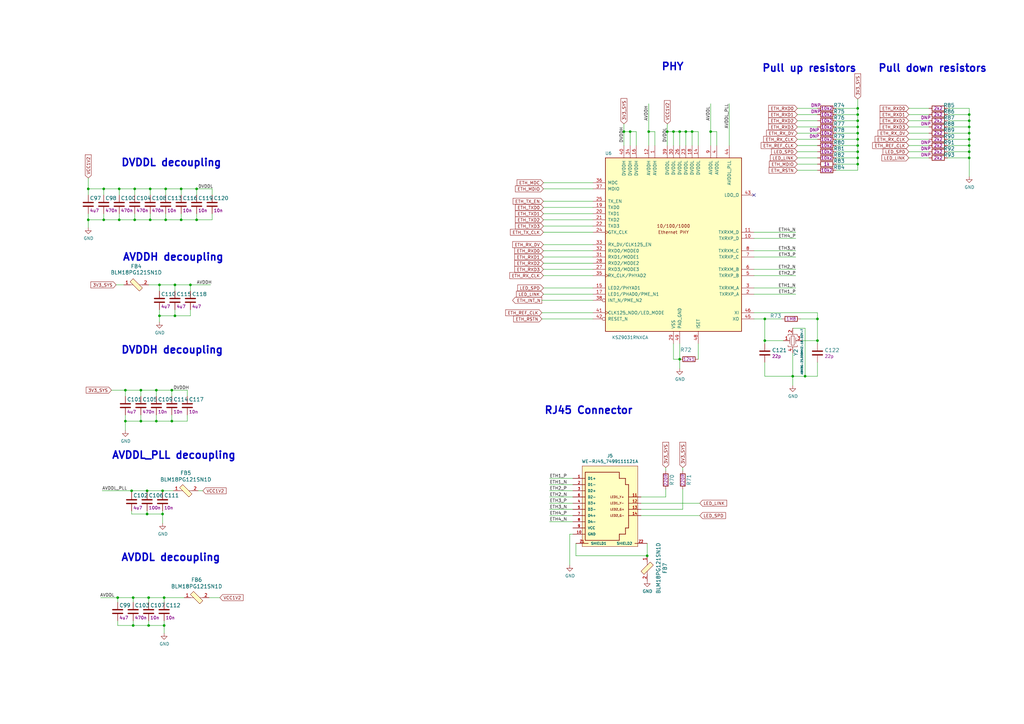
<source format=kicad_sch>
(kicad_sch (version 20211123) (generator eeschema)
  (paper "A3")
  (title_block (title "LPDDR4 Test Board") (rev "1.0.4"))
  (junction (at 397.51 62.23))
  (junction (at 313.69 139.7))
  (junction (at 397.51 64.77))
  (junction (at 325.12 154.305))
  (junction (at 65.405 116.84))
  (junction (at 278.765 147.32))
  (junction (at 351.79 52.07))
  (junction (at 42.545 90.17))
  (junction (at 278.765 53.975))
  (junction (at 67.31 245.11))
  (junction (at 66.675 201.295))
  (junction (at 281.305 53.975))
  (junction (at 335.28 139.7))
  (junction (at 351.79 67.31))
  (junction (at 74.295 77.47))
  (junction (at 80.645 90.17))
  (junction (at 36.195 90.17))
  (junction (at 42.545 77.47))
  (junction (at 258.445 53.975))
  (junction (at 265.43 227.965))
  (junction (at 283.845 53.975))
  (junction (at 351.79 46.99))
  (junction (at 48.895 90.17))
  (junction (at 266.065 53.975))
  (junction (at 71.755 129.54))
  (junction (at 54.61 245.11))
  (junction (at 66.675 210.82))
  (junction (at 64.135 172.72))
  (junction (at 67.945 77.47))
  (junction (at 70.485 160.02))
  (junction (at 67.31 256.54))
  (junction (at 397.51 52.07))
  (junction (at 61.595 77.47))
  (junction (at 65.405 129.54))
  (junction (at 57.785 160.02))
  (junction (at 351.79 44.45))
  (junction (at 397.51 49.53))
  (junction (at 276.225 53.975))
  (junction (at 57.785 172.72))
  (junction (at 80.645 77.47))
  (junction (at 48.26 245.11))
  (junction (at 273.685 53.975))
  (junction (at 51.435 172.72))
  (junction (at 60.325 210.82))
  (junction (at 60.325 201.295))
  (junction (at 351.79 62.23))
  (junction (at 397.51 59.69))
  (junction (at 335.28 130.81))
  (junction (at 48.895 77.47))
  (junction (at 55.245 90.17))
  (junction (at 64.135 160.02))
  (junction (at 60.96 256.54))
  (junction (at 55.245 77.47))
  (junction (at 330.2 154.305))
  (junction (at 255.905 53.975))
  (junction (at 61.595 90.17))
  (junction (at 313.69 130.81))
  (junction (at 74.295 90.17))
  (junction (at 397.51 46.99))
  (junction (at 70.485 172.72))
  (junction (at 351.79 59.69))
  (junction (at 351.79 64.77))
  (junction (at 351.79 54.61))
  (junction (at 397.51 54.61))
  (junction (at 36.195 77.47))
  (junction (at 397.51 57.15))
  (junction (at 71.755 116.84))
  (junction (at 351.79 49.53))
  (junction (at 60.96 245.11))
  (junction (at 53.975 201.295))
  (junction (at 54.61 256.54))
  (junction (at 78.105 116.84))
  (junction (at 351.79 57.15))
  (junction (at 291.465 53.975))
  (junction (at 51.435 160.02))
  (junction (at 67.945 90.17))
  (no_connect (at 309.245 80.01))
  (wire (pts (xy 258.445 59.69) (xy 258.445 53.975)))
  (wire (pts (xy 372.745 64.77) (xy 381 64.77)))
  (wire (pts (xy 388.62 62.23) (xy 397.51 62.23)))
  (wire (pts (xy 70.485 160.02) (xy 64.135 160.02)))
  (wire (pts (xy 381 57.15) (xy 372.745 57.15)))
  (wire (pts (xy 60.325 201.295) (xy 66.675 201.295)))
  (wire (pts (xy 222.885 92.71) (xy 243.205 92.71)))
  (wire (pts (xy 372.745 46.99) (xy 381 46.99)))
  (wire (pts (xy 388.62 59.69) (xy 397.51 59.69)))
  (wire (pts (xy 276.225 53.975) (xy 273.685 53.975)))
  (wire (pts (xy 276.225 59.69) (xy 276.225 53.975)))
  (wire (pts (xy 327.025 54.61) (xy 335.28 54.61)))
  (wire (pts (xy 36.195 77.47) (xy 36.195 73.025)))
  (wire (pts (xy 78.105 116.84) (xy 78.105 119.38)))
  (wire (pts (xy 278.765 140.97) (xy 278.765 147.32)))
  (wire (pts (xy 66.675 201.93) (xy 66.675 201.295)))
  (wire (pts (xy 57.785 160.02) (xy 51.435 160.02)))
  (wire (pts (xy 66.675 209.55) (xy 66.675 210.82)))
  (wire (pts (xy 351.79 54.61) (xy 351.79 57.15)))
  (wire (pts (xy 291.465 59.69) (xy 291.465 53.975)))
  (wire (pts (xy 51.435 160.02) (xy 51.435 162.56)))
  (wire (pts (xy 222.885 105.41) (xy 243.205 105.41)))
  (wire (pts (xy 260.985 53.975) (xy 258.445 53.975)))
  (wire (pts (xy 351.79 44.45) (xy 351.79 46.99)))
  (wire (pts (xy 335.28 139.7) (xy 335.28 130.81)))
  (wire (pts (xy 286.385 53.975) (xy 283.845 53.975)))
  (wire (pts (xy 351.79 57.15) (xy 351.79 59.69)))
  (wire (pts (xy 222.885 100.33) (xy 243.205 100.33)))
  (wire (pts (xy 243.205 120.65) (xy 222.885 120.65)))
  (wire (pts (xy 57.785 172.72) (xy 51.435 172.72)))
  (wire (pts (xy 326.39 97.79) (xy 309.245 97.79)))
  (wire (pts (xy 265.43 227.965) (xy 236.22 227.965)))
  (wire (pts (xy 76.835 160.02) (xy 70.485 160.02)))
  (wire (pts (xy 243.205 77.47) (xy 222.885 77.47)))
  (wire (pts (xy 273.05 191.77) (xy 273.05 193.04)))
  (wire (pts (xy 222.885 118.11) (xy 243.205 118.11)))
  (wire (pts (xy 313.69 154.305) (xy 325.12 154.305)))
  (wire (pts (xy 50.8 116.84) (xy 47.625 116.84)))
  (wire (pts (xy 351.79 52.07) (xy 351.79 54.61)))
  (wire (pts (xy 342.9 46.99) (xy 351.79 46.99)))
  (wire (pts (xy 57.785 170.18) (xy 57.785 172.72)))
  (wire (pts (xy 64.135 160.02) (xy 57.785 160.02)))
  (wire (pts (xy 53.975 201.295) (xy 60.325 201.295)))
  (wire (pts (xy 48.26 245.11) (xy 54.61 245.11)))
  (wire (pts (xy 55.245 77.47) (xy 55.245 80.01)))
  (wire (pts (xy 397.51 62.23) (xy 397.51 64.77)))
  (wire (pts (xy 327.025 52.07) (xy 335.28 52.07)))
  (wire (pts (xy 55.245 90.17) (xy 48.895 90.17)))
  (wire (pts (xy 61.595 77.47) (xy 61.595 80.01)))
  (wire (pts (xy 71.755 116.84) (xy 71.755 119.38)))
  (wire (pts (xy 74.295 87.63) (xy 74.295 90.17)))
  (wire (pts (xy 335.28 140.97) (xy 335.28 139.7)))
  (wire (pts (xy 335.28 67.31) (xy 327.025 67.31)))
  (wire (pts (xy 233.68 219.075) (xy 233.68 231.775)))
  (wire (pts (xy 70.485 170.18) (xy 70.485 172.72)))
  (wire (pts (xy 320.675 130.81) (xy 313.69 130.81)))
  (wire (pts (xy 335.28 57.15) (xy 327.025 57.15)))
  (wire (pts (xy 60.96 254.635) (xy 60.96 256.54)))
  (wire (pts (xy 388.62 57.15) (xy 397.51 57.15)))
  (wire (pts (xy 67.31 247.015) (xy 67.31 245.11)))
  (wire (pts (xy 335.28 44.45) (xy 327.025 44.45)))
  (wire (pts (xy 64.135 170.18) (xy 64.135 172.72)))
  (wire (pts (xy 258.445 53.975) (xy 255.905 53.975)))
  (wire (pts (xy 51.435 172.72) (xy 51.435 176.53)))
  (wire (pts (xy 325.12 144.78) (xy 325.12 154.305)))
  (wire (pts (xy 76.835 160.02) (xy 76.835 162.56)))
  (wire (pts (xy 67.945 90.17) (xy 61.595 90.17)))
  (wire (pts (xy 327.025 69.85) (xy 335.28 69.85)))
  (wire (pts (xy 76.835 170.18) (xy 76.835 172.72)))
  (wire (pts (xy 381 49.53) (xy 372.745 49.53)))
  (wire (pts (xy 326.39 110.49) (xy 309.245 110.49)))
  (wire (pts (xy 280.035 191.77) (xy 280.035 193.04)))
  (wire (pts (xy 71.755 116.84) (xy 65.405 116.84)))
  (wire (pts (xy 327.025 64.77) (xy 335.28 64.77)))
  (wire (pts (xy 234.95 213.995) (xy 225.425 213.995)))
  (wire (pts (xy 335.28 130.81) (xy 335.28 128.27)))
  (wire (pts (xy 234.95 201.295) (xy 225.425 201.295)))
  (wire (pts (xy 48.26 256.54) (xy 54.61 256.54)))
  (wire (pts (xy 388.62 49.53) (xy 397.51 49.53)))
  (wire (pts (xy 234.95 198.755) (xy 225.425 198.755)))
  (wire (pts (xy 326.39 113.03) (xy 309.245 113.03)))
  (wire (pts (xy 80.645 77.47) (xy 80.645 80.01)))
  (wire (pts (xy 342.9 59.69) (xy 351.79 59.69)))
  (wire (pts (xy 335.28 49.53) (xy 327.025 49.53)))
  (wire (pts (xy 234.95 211.455) (xy 225.425 211.455)))
  (wire (pts (xy 299.085 42.545) (xy 299.085 59.69)))
  (wire (pts (xy 66.675 210.82) (xy 66.675 214.63)))
  (wire (pts (xy 65.405 129.54) (xy 65.405 132.08)))
  (wire (pts (xy 342.9 64.77) (xy 351.79 64.77)))
  (wire (pts (xy 351.79 62.23) (xy 351.79 64.77)))
  (wire (pts (xy 81.28 201.295) (xy 83.185 201.295)))
  (wire (pts (xy 325.12 154.305) (xy 330.2 154.305)))
  (wire (pts (xy 60.96 256.54) (xy 67.31 256.54)))
  (wire (pts (xy 255.905 53.975) (xy 255.905 59.69)))
  (wire (pts (xy 342.9 54.61) (xy 351.79 54.61)))
  (wire (pts (xy 55.245 77.47) (xy 61.595 77.47)))
  (wire (pts (xy 335.28 62.23) (xy 327.025 62.23)))
  (wire (pts (xy 397.51 64.77) (xy 397.51 72.39)))
  (wire (pts (xy 342.9 44.45) (xy 351.79 44.45)))
  (wire (pts (xy 74.295 77.47) (xy 80.645 77.47)))
  (wire (pts (xy 53.975 210.82) (xy 60.325 210.82)))
  (wire (pts (xy 326.39 105.41) (xy 309.245 105.41)))
  (wire (pts (xy 243.205 113.03) (xy 222.885 113.03)))
  (wire (pts (xy 48.895 77.47) (xy 42.545 77.47)))
  (wire (pts (xy 372.745 59.69) (xy 381 59.69)))
  (wire (pts (xy 326.39 95.25) (xy 309.245 95.25)))
  (wire (pts (xy 67.945 77.47) (xy 67.945 80.01)))
  (wire (pts (xy 61.595 77.47) (xy 67.945 77.47)))
  (wire (pts (xy 243.205 102.87) (xy 222.885 102.87)))
  (wire (pts (xy 276.225 140.97) (xy 276.225 147.32)))
  (wire (pts (xy 65.405 116.84) (xy 60.96 116.84)))
  (wire (pts (xy 255.905 50.8) (xy 255.905 53.975)))
  (wire (pts (xy 78.105 127) (xy 78.105 129.54)))
  (wire (pts (xy 262.89 211.455) (xy 287.02 211.455)))
  (wire (pts (xy 326.39 120.65) (xy 309.245 120.65)))
  (wire (pts (xy 278.765 53.975) (xy 276.225 53.975)))
  (wire (pts (xy 372.745 52.07) (xy 381 52.07)))
  (wire (pts (xy 262.89 206.375) (xy 287.02 206.375)))
  (wire (pts (xy 351.79 64.77) (xy 351.79 67.31)))
  (wire (pts (xy 388.62 46.99) (xy 397.51 46.99)))
  (wire (pts (xy 60.96 245.11) (xy 67.31 245.11)))
  (wire (pts (xy 42.545 87.63) (xy 42.545 90.17)))
  (wire (pts (xy 351.79 59.69) (xy 351.79 62.23)))
  (wire (pts (xy 45.72 160.02) (xy 51.435 160.02)))
  (wire (pts (xy 65.405 116.84) (xy 65.405 119.38)))
  (wire (pts (xy 53.975 209.55) (xy 53.975 210.82)))
  (wire (pts (xy 342.9 49.53) (xy 351.79 49.53)))
  (wire (pts (xy 286.385 140.97) (xy 286.385 147.32)))
  (wire (pts (xy 266.065 59.69) (xy 266.065 53.975)))
  (wire (pts (xy 222.25 128.27) (xy 243.205 128.27)))
  (wire (pts (xy 243.205 95.25) (xy 222.885 95.25)))
  (wire (pts (xy 335.28 128.27) (xy 309.245 128.27)))
  (wire (pts (xy 268.605 59.69) (xy 268.605 53.975)))
  (wire (pts (xy 61.595 87.63) (xy 61.595 90.17)))
  (wire (pts (xy 36.195 77.47) (xy 36.195 80.01)))
  (wire (pts (xy 326.39 102.87) (xy 309.245 102.87)))
  (wire (pts (xy 48.26 247.015) (xy 48.26 245.11)))
  (wire (pts (xy 60.325 201.93) (xy 60.325 201.295)))
  (wire (pts (xy 234.95 206.375) (xy 225.425 206.375)))
  (wire (pts (xy 313.69 130.81) (xy 313.69 139.7)))
  (wire (pts (xy 283.845 59.69) (xy 283.845 53.975)))
  (wire (pts (xy 262.89 208.915) (xy 280.035 208.915)))
  (wire (pts (xy 54.61 254.635) (xy 54.61 256.54)))
  (wire (pts (xy 325.12 134.62) (xy 330.2 134.62)))
  (wire (pts (xy 48.26 256.54) (xy 48.26 254.635)))
  (wire (pts (xy 266.065 53.975) (xy 266.065 42.545)))
  (wire (pts (xy 71.755 129.54) (xy 78.105 129.54)))
  (wire (pts (xy 388.62 54.61) (xy 397.51 54.61)))
  (wire (pts (xy 328.295 130.81) (xy 335.28 130.81)))
  (wire (pts (xy 80.645 90.17) (xy 74.295 90.17)))
  (wire (pts (xy 222.885 74.93) (xy 243.205 74.93)))
  (wire (pts (xy 381 44.45) (xy 372.745 44.45)))
  (wire (pts (xy 60.325 209.55) (xy 60.325 210.82)))
  (wire (pts (xy 286.385 59.69) (xy 286.385 53.975)))
  (wire (pts (xy 78.105 116.84) (xy 86.36 116.84)))
  (wire (pts (xy 57.785 160.02) (xy 57.785 162.56)))
  (wire (pts (xy 67.945 77.47) (xy 74.295 77.47)))
  (wire (pts (xy 397.51 46.99) (xy 397.51 49.53)))
  (wire (pts (xy 243.205 90.17) (xy 222.885 90.17)))
  (wire (pts (xy 48.895 77.47) (xy 48.895 80.01)))
  (wire (pts (xy 351.79 49.53) (xy 351.79 52.07)))
  (wire (pts (xy 54.61 256.54) (xy 60.96 256.54)))
  (wire (pts (xy 41.91 201.295) (xy 53.975 201.295)))
  (wire (pts (xy 273.685 53.975) (xy 273.685 59.69)))
  (wire (pts (xy 78.105 116.84) (xy 71.755 116.84)))
  (wire (pts (xy 278.765 147.32) (xy 278.765 151.13)))
  (wire (pts (xy 61.595 90.17) (xy 55.245 90.17)))
  (wire (pts (xy 64.135 172.72) (xy 57.785 172.72)))
  (wire (pts (xy 397.51 52.07) (xy 397.51 54.61)))
  (wire (pts (xy 325.12 154.305) (xy 325.12 158.115)))
  (wire (pts (xy 335.28 154.305) (xy 335.28 148.59)))
  (wire (pts (xy 55.245 87.63) (xy 55.245 90.17)))
  (wire (pts (xy 262.89 203.835) (xy 273.05 203.835)))
  (wire (pts (xy 281.305 59.69) (xy 281.305 53.975)))
  (wire (pts (xy 65.405 127) (xy 65.405 129.54)))
  (wire (pts (xy 42.545 77.47) (xy 36.195 77.47)))
  (wire (pts (xy 351.79 46.99) (xy 351.79 49.53)))
  (wire (pts (xy 60.96 245.11) (xy 60.96 247.015)))
  (wire (pts (xy 70.485 160.02) (xy 70.485 162.56)))
  (wire (pts (xy 86.995 90.17) (xy 80.645 90.17)))
  (wire (pts (xy 70.485 172.72) (xy 64.135 172.72)))
  (wire (pts (xy 309.245 130.81) (xy 313.69 130.81)))
  (wire (pts (xy 291.465 53.975) (xy 291.465 42.545)))
  (wire (pts (xy 71.755 127) (xy 71.755 129.54)))
  (wire (pts (xy 278.765 59.69) (xy 278.765 53.975)))
  (wire (pts (xy 294.005 59.69) (xy 294.005 53.975)))
  (wire (pts (xy 80.645 87.63) (xy 80.645 90.17)))
  (wire (pts (xy 67.31 256.54) (xy 67.31 259.715)))
  (wire (pts (xy 55.245 77.47) (xy 48.895 77.47)))
  (wire (pts (xy 327.025 59.69) (xy 335.28 59.69)))
  (wire (pts (xy 54.61 245.11) (xy 60.96 245.11)))
  (wire (pts (xy 342.9 69.85) (xy 351.79 69.85)))
  (wire (pts (xy 67.945 87.63) (xy 67.945 90.17)))
  (wire (pts (xy 234.95 203.835) (xy 225.425 203.835)))
  (wire (pts (xy 222.25 130.81) (xy 243.205 130.81)))
  (wire (pts (xy 388.62 44.45) (xy 397.51 44.45)))
  (wire (pts (xy 397.51 44.45) (xy 397.51 46.99)))
  (wire (pts (xy 265.43 222.885) (xy 265.43 227.965)))
  (wire (pts (xy 86.995 77.47) (xy 80.645 77.47)))
  (wire (pts (xy 397.51 57.15) (xy 397.51 59.69)))
  (wire (pts (xy 86.995 77.47) (xy 86.995 80.01)))
  (wire (pts (xy 313.69 139.7) (xy 313.69 140.97)))
  (wire (pts (xy 397.51 59.69) (xy 397.51 62.23)))
  (wire (pts (xy 326.39 118.11) (xy 309.245 118.11)))
  (wire (pts (xy 342.9 57.15) (xy 351.79 57.15)))
  (wire (pts (xy 388.62 52.07) (xy 397.51 52.07)))
  (wire (pts (xy 67.31 245.11) (xy 75.565 245.11)))
  (wire (pts (xy 36.195 87.63) (xy 36.195 90.17)))
  (wire (pts (xy 65.405 129.54) (xy 71.755 129.54)))
  (wire (pts (xy 351.79 67.31) (xy 351.79 69.85)))
  (wire (pts (xy 66.675 201.295) (xy 71.12 201.295)))
  (wire (pts (xy 48.26 245.11) (xy 41.275 245.11)))
  (wire (pts (xy 222.885 87.63) (xy 243.205 87.63)))
  (wire (pts (xy 381 62.23) (xy 372.745 62.23)))
  (wire (pts (xy 330.2 134.62) (xy 330.2 154.305)))
  (wire (pts (xy 276.225 147.32) (xy 278.765 147.32)))
  (wire (pts (xy 234.95 208.915) (xy 225.425 208.915)))
  (wire (pts (xy 42.545 90.17) (xy 36.195 90.17)))
  (wire (pts (xy 342.9 62.23) (xy 351.79 62.23)))
  (wire (pts (xy 313.69 148.59) (xy 313.69 154.305)))
  (wire (pts (xy 222.885 110.49) (xy 243.205 110.49)))
  (wire (pts (xy 60.325 210.82) (xy 66.675 210.82)))
  (wire (pts (xy 328.93 139.7) (xy 335.28 139.7)))
  (wire (pts (xy 36.195 90.17) (xy 36.195 93.345)))
  (wire (pts (xy 351.79 40.64) (xy 351.79 44.45)))
  (wire (pts (xy 222.885 82.55) (xy 243.205 82.55)))
  (wire (pts (xy 54.61 247.015) (xy 54.61 245.11)))
  (wire (pts (xy 273.685 50.8) (xy 273.685 53.975)))
  (wire (pts (xy 243.205 123.19) (xy 222.25 123.19)))
  (wire (pts (xy 273.05 203.835) (xy 273.05 200.66)))
  (wire (pts (xy 48.895 90.17) (xy 42.545 90.17)))
  (wire (pts (xy 342.9 67.31) (xy 351.79 67.31)))
  (wire (pts (xy 85.725 245.11) (xy 90.17 245.11)))
  (wire (pts (xy 86.995 87.63) (xy 86.995 90.17)))
  (wire (pts (xy 397.51 54.61) (xy 397.51 57.15)))
  (wire (pts (xy 234.95 196.215) (xy 225.425 196.215)))
  (wire (pts (xy 51.435 170.18) (xy 51.435 172.72)))
  (wire (pts (xy 397.51 49.53) (xy 397.51 52.07)))
  (wire (pts (xy 234.95 219.075) (xy 233.68 219.075)))
  (wire (pts (xy 67.31 256.54) (xy 67.31 254.635)))
  (wire (pts (xy 330.2 154.305) (xy 335.28 154.305)))
  (wire (pts (xy 74.295 77.47) (xy 74.295 80.01)))
  (wire (pts (xy 372.745 54.61) (xy 381 54.61)))
  (wire (pts (xy 53.975 201.93) (xy 53.975 201.295)))
  (wire (pts (xy 64.135 160.02) (xy 64.135 162.56)))
  (wire (pts (xy 260.985 59.69) (xy 260.985 53.975)))
  (wire (pts (xy 266.065 53.975) (xy 268.605 53.975)))
  (wire (pts (xy 243.205 85.09) (xy 222.885 85.09)))
  (wire (pts (xy 294.005 53.975) (xy 291.465 53.975)))
  (wire (pts (xy 236.22 227.965) (xy 236.22 222.885)))
  (wire (pts (xy 342.9 52.07) (xy 351.79 52.07)))
  (wire (pts (xy 283.845 53.975) (xy 281.305 53.975)))
  (wire (pts (xy 243.205 107.95) (xy 222.885 107.95)))
  (wire (pts (xy 70.485 172.72) (xy 76.835 172.72)))
  (wire (pts (xy 313.69 139.7) (xy 321.31 139.7)))
  (wire (pts (xy 48.895 87.63) (xy 48.895 90.17)))
  (wire (pts (xy 281.305 53.975) (xy 278.765 53.975)))
  (wire (pts (xy 42.545 77.47) (xy 42.545 80.01)))
  (wire (pts (xy 388.62 64.77) (xy 397.51 64.77)))
  (wire (pts (xy 280.035 208.915) (xy 280.035 200.66)))
  (wire (pts (xy 74.295 90.17) (xy 67.945 90.17)))
  (wire (pts (xy 327.025 46.99) (xy 335.28 46.99)))
  (text "AVDDH decoupling" (at 50.165 107.315 0) (effects (font (size 2.9972 2.9972) (thickness 0.5994) bold) (justify left bottom)))
  (text "DVDDH decoupling" (at 49.53 145.415 0) (effects (font (size 2.9972 2.9972) (thickness 0.5994) bold) (justify left bottom)))
  (text "DVDDL decoupling" (at 49.53 68.58 0) (effects (font (size 2.9972 2.9972) (thickness 0.5994) bold) (justify left bottom)))
  (text "AVDDL_PLL decoupling" (at 45.72 188.595 0) (effects (font (size 2.9972 2.9972) (thickness 0.5994) bold) (justify left bottom)))
  (text "PHY" (at 271.145 29.21 0) (effects (font (size 2.9972 2.9972) (thickness 0.5994) bold) (justify left bottom)))
  (text "Pull down resistors" (at 360.045 29.845 0) (effects (font (size 2.9972 2.9972) (thickness 0.5994) bold) (justify left bottom)))
  (text "AVDDL decoupling" (at 49.53 230.505 0) (effects (font (size 2.9972 2.9972) (thickness 0.5994) bold) (justify left bottom)))
  (text "Pull up resistors" (at 312.42 29.845 0) (effects (font (size 2.9972 2.9972) (thickness 0.5994) bold) (justify left bottom)))
  (text "RJ45 Connector" (at 259.715 170.18 180) (effects (font (size 2.9972 2.9972) (thickness 0.5994) bold) (justify right bottom)))
  (label "ETH3_N" (at 225.425 208.915 0))
  (label "AVDDL_PLL" (at 299.085 52.705 90))
  (label "ETH2_P" (at 225.425 201.295 0))
  (label "AVDDL" (at 291.465 49.53 90))
  (label "ETH2_N" (at 326.39 110.49 180))
  (label "AVDDH" (at 80.645 116.84 0))
  (label "ETH2_N" (at 225.425 203.835 0))
  (label "ETH4_P" (at 326.39 97.79 180))
  (label "AVDDH" (at 266.065 49.53 90))
  (label "DVDDH" (at 255.905 52.07 270))
  (label "AVDDL" (at 46.99 245.11 180))
  (label "ETH1_N" (at 225.425 198.755 0))
  (label "ETH4_N" (at 225.425 213.995 0))
  (label "ETH3_P" (at 326.39 105.41 180))
  (label "DVDDL" (at 273.685 58.42 90))
  (label "DVDDL" (at 81.28 77.47 0))
  (label "ETH1_P" (at 326.39 120.65 180))
  (label "ETH2_P" (at 326.39 113.03 180))
  (label "ETH3_P" (at 225.425 206.375 0))
  (label "ETH1_P" (at 225.425 196.215 0))
  (label "DVDDH" (at 71.12 160.02 0))
  (label "AVDDL_PLL" (at 41.91 201.295 0))
  (label "ETH3_N" (at 326.39 102.87 180))
  (label "ETH4_P" (at 225.425 211.455 0))
  (label "ETH1_N" (at 326.39 118.11 180))
  (label "ETH4_N" (at 326.39 95.25 180))
  (global_label "ETH_RXD1" (shape input) (at 222.885 105.41 180) (property "Intersheet References" "${INTERSHEET_REFS}" (effects hide)))
  (global_label "3V3_SYS" (shape input) (at 255.905 50.8 90) (property "Intersheet References" "${INTERSHEET_REFS}" (effects hide)))
  (global_label "ETH_TXD2" (shape input) (at 222.885 90.17 180) (property "Intersheet References" "${INTERSHEET_REFS}" (effects hide)))
  (global_label "ETH_RX_DV" (shape input) (at 327.025 54.61 180) (property "Intersheet References" "${INTERSHEET_REFS}" (effects hide)))
  (global_label "LED_LINK" (shape input) (at 287.02 206.375 0) (property "Intersheet References" "${INTERSHEET_REFS}" (effects hide)))
  (global_label "ETH_MDIO" (shape input) (at 327.025 67.31 180) (property "Intersheet References" "${INTERSHEET_REFS}" (effects hide)))
  (global_label "3V3_SYS" (shape input) (at 45.72 160.02 180) (property "Intersheet References" "${INTERSHEET_REFS}" (effects hide)))
  (global_label "LED_LINK" (shape input) (at 327.025 64.77 180) (property "Intersheet References" "${INTERSHEET_REFS}" (effects hide)))
  (global_label "ETH_RXD2" (shape input) (at 327.025 49.53 180) (property "Intersheet References" "${INTERSHEET_REFS}" (effects hide)))
  (global_label "ETH_RXD0" (shape input) (at 327.025 44.45 180) (property "Intersheet References" "${INTERSHEET_REFS}" (effects hide)))
  (global_label "ETH_RX_CLK" (shape input) (at 222.885 113.03 180) (property "Intersheet References" "${INTERSHEET_REFS}" (effects hide)))
  (global_label "ETH_MDIO" (shape input) (at 222.885 77.47 180) (property "Intersheet References" "${INTERSHEET_REFS}" (effects hide)))
  (global_label "ETH_TX_CLK" (shape input) (at 222.885 95.25 180) (property "Intersheet References" "${INTERSHEET_REFS}" (effects hide)))
  (global_label "ETH_TXD3" (shape input) (at 222.885 92.71 180) (property "Intersheet References" "${INTERSHEET_REFS}" (effects hide)))
  (global_label "LED_SPD" (shape input) (at 372.745 62.23 180) (property "Intersheet References" "${INTERSHEET_REFS}" (effects hide)))
  (global_label "ETH_RXD2" (shape input) (at 222.885 107.95 180) (property "Intersheet References" "${INTERSHEET_REFS}" (effects hide)))
  (global_label "LED_SPD" (shape input) (at 287.02 211.455 0) (property "Intersheet References" "${INTERSHEET_REFS}" (effects hide)))
  (global_label "VCC1V2" (shape input) (at 83.185 201.295 0) (property "Intersheet References" "${INTERSHEET_REFS}" (effects hide)))
  (global_label "ETH_RX_CLK" (shape input) (at 372.745 57.15 180) (property "Intersheet References" "${INTERSHEET_REFS}" (effects hide)))
  (global_label "ETH_TXD0" (shape input) (at 222.885 85.09 180) (property "Intersheet References" "${INTERSHEET_REFS}" (effects hide)))
  (global_label "ETH_RSTN" (shape input) (at 222.25 130.81 180) (property "Intersheet References" "${INTERSHEET_REFS}" (effects hide)))
  (global_label "ETH_REF_CLK" (shape input) (at 372.745 59.69 180) (property "Intersheet References" "${INTERSHEET_REFS}" (effects hide)))
  (global_label "ETH_RXD3" (shape input) (at 222.885 110.49 180) (property "Intersheet References" "${INTERSHEET_REFS}" (effects hide)))
  (global_label "3V3_SYS" (shape input) (at 47.625 116.84 180) (property "Intersheet References" "${INTERSHEET_REFS}" (effects hide)))
  (global_label "ETH_RXD0" (shape input) (at 222.885 102.87 180) (property "Intersheet References" "${INTERSHEET_REFS}" (effects hide)))
  (global_label "ETH_RXD3" (shape input) (at 372.745 52.07 180) (property "Intersheet References" "${INTERSHEET_REFS}" (effects hide)))
  (global_label "ETH_TX_EN" (shape input) (at 222.885 82.55 180) (property "Intersheet References" "${INTERSHEET_REFS}" (effects hide)))
  (global_label "ETH_RXD0" (shape input) (at 372.745 44.45 180) (property "Intersheet References" "${INTERSHEET_REFS}" (effects hide)))
  (global_label "ETH_MDC" (shape input) (at 222.885 74.93 180) (property "Intersheet References" "${INTERSHEET_REFS}" (effects hide)))
  (global_label "3V3_SYS" (shape input) (at 273.05 191.77 90) (property "Intersheet References" "${INTERSHEET_REFS}" (effects hide)))
  (global_label "3V3_SYS" (shape input) (at 351.79 40.64 90) (property "Intersheet References" "${INTERSHEET_REFS}" (effects hide)))
  (global_label "ETH_RXD3" (shape input) (at 327.025 52.07 180) (property "Intersheet References" "${INTERSHEET_REFS}" (effects hide)))
  (global_label "LED_SPD" (shape input) (at 327.025 62.23 180) (property "Intersheet References" "${INTERSHEET_REFS}" (effects hide)))
  (global_label "VCC1V2" (shape input) (at 36.195 73.025 90) (property "Intersheet References" "${INTERSHEET_REFS}" (effects hide)))
  (global_label "3V3_SYS" (shape input) (at 280.035 191.77 90) (property "Intersheet References" "${INTERSHEET_REFS}" (effects hide)))
  (global_label "ETH_TXD1" (shape input) (at 222.885 87.63 180) (property "Intersheet References" "${INTERSHEET_REFS}" (effects hide)))
  (global_label "ETH_RX_DV" (shape input) (at 222.885 100.33 180) (property "Intersheet References" "${INTERSHEET_REFS}" (effects hide)))
  (global_label "ETH_REF_CLK" (shape input) (at 222.25 128.27 180) (property "Intersheet References" "${INTERSHEET_REFS}" (effects hide)))
  (global_label "LED_LINK" (shape input) (at 222.885 120.65 180) (property "Intersheet References" "${INTERSHEET_REFS}" (effects hide)))
  (global_label "ETH_RXD1" (shape input) (at 372.745 46.99 180) (property "Intersheet References" "${INTERSHEET_REFS}" (effects hide)))
  (global_label "ETH_RXD1" (shape input) (at 327.025 46.99 180) (property "Intersheet References" "${INTERSHEET_REFS}" (effects hide)))
  (global_label "ETH_RSTN" (shape input) (at 327.025 69.85 180) (property "Intersheet References" "${INTERSHEET_REFS}" (effects hide)))
  (global_label "LED_LINK" (shape input) (at 372.745 64.77 180) (property "Intersheet References" "${INTERSHEET_REFS}" (effects hide)))
  (global_label "VCC1V2" (shape input) (at 90.17 245.11 0) (property "Intersheet References" "${INTERSHEET_REFS}" (effects hide)))
  (global_label "ETH_INT_N" (shape output) (at 222.25 123.19 180) (property "Intersheet References" "${INTERSHEET_REFS}" (effects hide)))
  (global_label "ETH_REF_CLK" (shape input) (at 327.025 59.69 180) (property "Intersheet References" "${INTERSHEET_REFS}" (effects hide)))
  (global_label "ETH_RX_CLK" (shape input) (at 327.025 57.15 180) (property "Intersheet References" "${INTERSHEET_REFS}" (effects hide)))
  (global_label "ETH_RX_DV" (shape input) (at 372.745 54.61 180) (property "Intersheet References" "${INTERSHEET_REFS}" (effects hide)))
  (global_label "ETH_RXD2" (shape input) (at 372.745 49.53 180) (property "Intersheet References" "${INTERSHEET_REFS}" (effects hide)))
  (global_label "LED_SPD" (shape input) (at 222.885 118.11 180) (property "Intersheet References" "${INTERSHEET_REFS}" (effects hide)))
  (global_label "VCC1V2" (shape input) (at 273.685 50.8 90) (property "Intersheet References" "${INTERSHEET_REFS}" (effects hide)))
  (symbol (lib_id "lpddr4-test-board:C_22p_0402") (at 313.69 144.78 0) (unit 1)
    (property "Reference" "C121" (at 316.611 143.637 0) (effects (font (size 1.524 1.524)) (justify left)))
    (property "Value" "C_22p_0402" (effects hide))
    (property "Footprint" "lpddr4-test-board-footprints:0402-cap" (effects hide))
    (property "Manufacturer" "YAGEO" (effects hide))
    (property "MPN" "CC0402JRNPO9BN220" (effects hide))
    (property "Val" "22p" (at 316.611 146.1262 0) (effects (justify left)))
  )
  (symbol (lib_id "lpddr4-test-board:C_22p_0402") (at 335.28 144.78 0) (unit 1)
    (property "Reference" "C122" (at 338.201 143.637 0) (effects (font (size 1.524 1.524)) (justify left)))
    (property "Value" "C_22p_0402" (effects hide))
    (property "Footprint" "lpddr4-test-board-footprints:0402-cap" (effects hide))
    (property "Manufacturer" "YAGEO" (effects hide))
    (property "MPN" "CC0402JRNPO9BN220" (effects hide))
    (property "Val" "22p" (at 338.201 146.1262 0) (effects (justify left)))
  )
  (symbol (lib_id "lpddr4-test-board:ABM8G-25.000MHZ-18-D2Y-T") (at 325.12 139.7 0) (unit 1)
    (property "Reference" "Y2" (at 326.39 146.05 90) (effects (font (size 1.4986 1.4986)) (justify left)))
    (property "Value" "ABM8G-25.000MHZ-18-D2Y-T" (at 328.93 153.67 90) (effects (font (size 0.7874 0.7874)) (justify left)))
    (property "Footprint" "lpddr4-test-board-footprints:KX-7" (effects hide))
    (property "MPN" "ABM8G-25.000MHZ-18-D2Y-T" (effects hide))
    (property "Manufacturer" "Abracon" (effects hide))
  )
  (symbol (lib_id "lpddr4-test-board:R_1M8_0402") (at 324.485 130.81 0) (unit 1)
    (property "Reference" "R73" (at 318.135 129.54 0) (effects (font (size 1.524 1.524))))
    (property "Value" "R_1M8_0402" (effects hide))
    (property "Footprint" "lpddr4-test-board-footprints:0402-res" (effects hide))
    (property "Manufacturer" "MULTICOMP" (effects hide))
    (property "MPN" "MCMR04X185_JTL" (effects hide))
    (property "Val" "1M8" (at 324.485 130.81 0))
  )
  (symbol (lib_id "lpddr4-test-board:KSZ9031RNXCA") (at 248.285 64.77 0) (unit 1)
    (property "Reference" "U6" (at 249.555 62.865 0))
    (property "Value" "KSZ9031RNXCA" (at 258.445 138.43 0))
    (property "Footprint" "lpddr4-test-board-footprints:QFN-48-Microchip-QFN77-48LD-PL-2" (effects hide))
    (property "Datasheet" "http://ww1.microchip.com/downloads/en/DeviceDoc/00002117F.pdf" (effects hide))
    (property "Manufacturer" "Microchip" (effects hide))
    (property "MPN" "KSZ9031RNXCA" (effects hide))
  )
  (symbol (lib_id "lpddr4-test-board:R_12k1_0402") (at 282.575 147.32 0) (unit 1)
    (property "Reference" "R72" (at 281.305 143.51 0) (effects (font (size 1.524 1.524))))
    (property "Value" "R_12k1_0402" (effects hide))
    (property "Footprint" "lpddr4-test-board-footprints:0402-res" (effects hide))
    (property "Manufacturer" "MULTICOMP" (effects hide))
    (property "MPN" "MCWR04X1212FTL" (effects hide))
    (property "Val" "12k1" (at 282.575 147.32 0))
  )
  (symbol (lib_id "lpddr4-test-board:GND") (at 278.765 151.13 0) (unit 1)
    (property "Reference" "#PWR0141" (effects hide))
    (property "Value" "GND" (at 278.892 155.5242 0))
  )
  (symbol (lib_id "lpddr4-test-board:GND") (at 325.12 158.115 0) (unit 1)
    (property "Reference" "#PWR0142" (effects hide))
    (property "Value" "GND" (at 325.247 162.5092 0))
  )
  (symbol (lib_id "lpddr4-test-board:R_10k2_0402") (at 339.09 44.45 0) (unit 1)
    (property "Reference" "R74" (at 344.17 43.18 0) (effects (font (size 1.524 1.524))))
    (property "Value" "R_10k2_0402" (effects hide))
    (property "Footprint" "lpddr4-test-board-footprints:0402-res" (effects hide))
    (property "Manufacturer" "MULTICOMP PRO" (effects hide))
    (property "MPN" "MCWR04X1022FTL" (effects hide))
    (property "Val" "10k2" (at 339.09 44.45 0))
    (property "DNP" "DNP" (at 334.645 43.18 0))
  )
  (symbol (lib_id "lpddr4-test-board:R_10k2_0402") (at 339.09 46.99 0) (unit 1)
    (property "Reference" "R75" (at 344.17 45.72 0) (effects (font (size 1.524 1.524))))
    (property "Value" "R_10k2_0402" (effects hide))
    (property "Footprint" "lpddr4-test-board-footprints:0402-res" (effects hide))
    (property "Manufacturer" "MULTICOMP PRO" (effects hide))
    (property "MPN" "MCWR04X1022FTL" (effects hide))
    (property "Val" "10k2" (at 339.09 46.99 0))
    (property "DNP" "DNP" (at 334.645 45.72 0))
  )
  (symbol (lib_id "lpddr4-test-board:R_10k2_0402") (at 339.09 49.53 0) (unit 1)
    (property "Reference" "R76" (at 344.17 48.26 0) (effects (font (size 1.524 1.524))))
    (property "Value" "R_10k2_0402" (effects hide))
    (property "Footprint" "lpddr4-test-board-footprints:0402-res" (effects hide))
    (property "Manufacturer" "MULTICOMP PRO" (effects hide))
    (property "MPN" "MCWR04X1022FTL" (effects hide))
    (property "Val" "10k2" (at 339.09 49.53 0))
  )
  (symbol (lib_id "lpddr4-test-board:R_10k2_0402") (at 339.09 52.07 0) (unit 1)
    (property "Reference" "R77" (at 344.17 50.8 0) (effects (font (size 1.524 1.524))))
    (property "Value" "R_10k2_0402" (effects hide))
    (property "Footprint" "lpddr4-test-board-footprints:0402-res" (effects hide))
    (property "Manufacturer" "MULTICOMP PRO" (effects hide))
    (property "MPN" "MCWR04X1022FTL" (effects hide))
    (property "Val" "10k2" (at 339.09 52.07 0))
  )
  (symbol (lib_id "lpddr4-test-board:R_10k2_0402") (at 339.09 54.61 0) (unit 1)
    (property "Reference" "R78" (at 344.17 53.34 0) (effects (font (size 1.524 1.524))))
    (property "Value" "R_10k2_0402" (effects hide))
    (property "Footprint" "lpddr4-test-board-footprints:0402-res" (effects hide))
    (property "Manufacturer" "MULTICOMP PRO" (effects hide))
    (property "MPN" "MCWR04X1022FTL" (effects hide))
    (property "Val" "10k2" (at 339.09 54.61 0))
    (property "DNP" "DNP" (at 334.01 53.34 0))
  )
  (symbol (lib_id "lpddr4-test-board:R_10k2_0402") (at 339.09 57.15 0) (unit 1)
    (property "Reference" "R79" (at 344.17 55.88 0) (effects (font (size 1.524 1.524))))
    (property "Value" "R_10k2_0402" (effects hide))
    (property "Footprint" "lpddr4-test-board-footprints:0402-res" (effects hide))
    (property "Manufacturer" "MULTICOMP PRO" (effects hide))
    (property "MPN" "MCWR04X1022FTL" (effects hide))
    (property "Val" "10k2" (at 339.09 57.15 0))
    (property "DNP" "DNP" (at 334.01 55.88 0))
  )
  (symbol (lib_id "lpddr4-test-board:R_10k2_0402") (at 339.09 59.69 0) (unit 1)
    (property "Reference" "R80" (at 344.17 58.42 0) (effects (font (size 1.524 1.524))))
    (property "Value" "R_10k2_0402" (effects hide))
    (property "Footprint" "lpddr4-test-board-footprints:0402-res" (effects hide))
    (property "Manufacturer" "MULTICOMP PRO" (effects hide))
    (property "MPN" "MCWR04X1022FTL" (effects hide))
    (property "Val" "10k2" (at 339.09 59.69 0))
  )
  (symbol (lib_id "lpddr4-test-board:R_10k2_0402") (at 339.09 69.85 0) (unit 1)
    (property "Reference" "R84" (at 344.17 68.58 0) (effects (font (size 1.524 1.524))))
    (property "Value" "R_10k2_0402" (effects hide))
    (property "Footprint" "lpddr4-test-board-footprints:0402-res" (effects hide))
    (property "Manufacturer" "MULTICOMP PRO" (effects hide))
    (property "MPN" "MCWR04X1022FTL" (effects hide))
    (property "Val" "10k2" (at 339.09 69.85 0))
  )
  (symbol (lib_id "lpddr4-test-board:R_10k2_0402") (at 339.09 62.23 0) (unit 1)
    (property "Reference" "R81" (at 344.17 60.96 0) (effects (font (size 1.524 1.524))))
    (property "Value" "R_10k2_0402" (effects hide))
    (property "Footprint" "lpddr4-test-board-footprints:0402-res" (effects hide))
    (property "Manufacturer" "MULTICOMP PRO" (effects hide))
    (property "MPN" "MCWR04X1022FTL" (effects hide))
    (property "Val" "10k2" (at 339.09 62.23 0))
  )
  (symbol (lib_id "lpddr4-test-board:R_10k2_0402") (at 339.09 64.77 0) (unit 1)
    (property "Reference" "R82" (at 344.17 63.5 0) (effects (font (size 1.524 1.524))))
    (property "Value" "R_10k2_0402" (effects hide))
    (property "Footprint" "lpddr4-test-board-footprints:0402-res" (effects hide))
    (property "Manufacturer" "MULTICOMP PRO" (effects hide))
    (property "MPN" "MCWR04X1022FTL" (effects hide))
    (property "Val" "10k2" (at 339.09 64.77 0))
  )
  (symbol (lib_id "lpddr4-test-board:C_4u7_0402") (at 48.26 250.825 0) (unit 1)
    (property "Reference" "C99" (at 48.895 248.285 0) (effects (font (size 1.524 1.524)) (justify left)))
    (property "Value" "C_4u7_0402" (effects hide))
    (property "Footprint" "lpddr4-test-board-footprints:0402-cap" (effects hide))
    (property "Manufacturer" "MURATA" (effects hide))
    (property "MPN" "GRM155R61A475MEAAD" (effects hide))
    (property "Val" "4u7" (at 48.895 253.365 0) (effects (justify left)))
  )
  (symbol (lib_id "lpddr4-test-board:C_470n_0402") (at 54.61 250.825 0) (unit 1)
    (property "Reference" "C103" (at 55.245 248.285 0) (effects (font (size 1.524 1.524)) (justify left)))
    (property "Value" "C_470n_0402" (effects hide))
    (property "Footprint" "lpddr4-test-board-footprints:0402-cap" (effects hide))
    (property "Manufacturer" "TDK" (effects hide))
    (property "MPN" "C1005X5R1E474M050BB" (effects hide))
    (property "Val" "470n" (at 55.245 253.365 0) (effects (justify left)))
  )
  (symbol (lib_id "lpddr4-test-board:C_10n_0402") (at 60.96 250.825 0) (unit 1)
    (property "Reference" "C107" (at 61.595 248.285 0) (effects (font (size 1.524 1.524)) (justify left)))
    (property "Value" "C_10n_0402" (effects hide))
    (property "Footprint" "lpddr4-test-board-footprints:0402-cap" (effects hide))
    (property "Manufacturer" "AVX" (effects hide))
    (property "MPN" "04025G103ZAT2A" (effects hide))
    (property "Val" "10n" (at 61.595 253.365 0) (effects (justify left)))
  )
  (symbol (lib_id "lpddr4-test-board:C_10n_0402") (at 67.31 250.825 0) (unit 1)
    (property "Reference" "C112" (at 67.945 248.285 0) (effects (font (size 1.524 1.524)) (justify left)))
    (property "Value" "C_10n_0402" (effects hide))
    (property "Footprint" "lpddr4-test-board-footprints:0402-cap" (effects hide))
    (property "Manufacturer" "AVX" (effects hide))
    (property "MPN" "04025G103ZAT2A" (effects hide))
    (property "Val" "10n" (at 67.945 253.365 0) (effects (justify left)))
  )
  (symbol (lib_id "lpddr4-test-board:C_10n_0402") (at 80.645 83.82 0) (unit 1)
    (property "Reference" "C119" (at 81.28 81.28 0) (effects (font (size 1.524 1.524)) (justify left)))
    (property "Value" "C_10n_0402" (effects hide))
    (property "Footprint" "lpddr4-test-board-footprints:0402-cap" (effects hide))
    (property "Manufacturer" "AVX" (effects hide))
    (property "MPN" "04025G103ZAT2A" (effects hide))
    (property "Val" "10n" (at 81.28 86.36 0) (effects (justify left)))
  )
  (symbol (lib_id "lpddr4-test-board:C_10n_0402") (at 86.995 83.82 0) (unit 1)
    (property "Reference" "C120" (at 87.63 81.28 0) (effects (font (size 1.524 1.524)) (justify left)))
    (property "Value" "C_10n_0402" (effects hide))
    (property "Footprint" "lpddr4-test-board-footprints:0402-cap" (effects hide))
    (property "Manufacturer" "AVX" (effects hide))
    (property "MPN" "04025G103ZAT2A" (effects hide))
    (property "Val" "10n" (at 87.63 86.36 0) (effects (justify left)))
  )
  (symbol (lib_id "lpddr4-test-board:C_10n_0402") (at 67.945 83.82 0) (unit 1)
    (property "Reference" "C113" (at 68.58 81.28 0) (effects (font (size 1.524 1.524)) (justify left)))
    (property "Value" "C_10n_0402" (effects hide))
    (property "Footprint" "lpddr4-test-board-footprints:0402-cap" (effects hide))
    (property "Manufacturer" "AVX" (effects hide))
    (property "MPN" "04025G103ZAT2A" (effects hide))
    (property "Val" "10n" (at 68.58 86.36 0) (effects (justify left)))
  )
  (symbol (lib_id "lpddr4-test-board:C_10n_0402") (at 74.295 83.82 0) (unit 1)
    (property "Reference" "C116" (at 74.93 81.28 0) (effects (font (size 1.524 1.524)) (justify left)))
    (property "Value" "C_10n_0402" (effects hide))
    (property "Footprint" "lpddr4-test-board-footprints:0402-cap" (effects hide))
    (property "Manufacturer" "AVX" (effects hide))
    (property "MPN" "04025G103ZAT2A" (effects hide))
    (property "Val" "10n" (at 74.93 86.36 0) (effects (justify left)))
  )
  (symbol (lib_id "lpddr4-test-board:C_4u7_0402") (at 71.755 123.19 0) (unit 1)
    (property "Reference" "C115" (at 72.39 120.65 0) (effects (font (size 1.524 1.524)) (justify left)))
    (property "Value" "C_10n_0402" (effects hide))
    (property "Footprint" "lpddr4-test-board-footprints:0402-cap" (effects hide))
    (property "Manufacturer" "MURATA" (effects hide))
    (property "MPN" "GRM155R61A475MEAAD" (effects hide))
    (property "Val" "4u7" (at 72.39 125.73 0) (effects (justify left)))
  )
  (symbol (lib_id "lpddr4-test-board:C_470n_0402") (at 61.595 83.82 0) (unit 1)
    (property "Reference" "C108" (at 62.23 81.28 0) (effects (font (size 1.524 1.524)) (justify left)))
    (property "Value" "C_10n_0402" (effects hide))
    (property "Footprint" "lpddr4-test-board-footprints:0402-cap" (effects hide))
    (property "Manufacturer" "TDK" (effects hide))
    (property "MPN" "C1005X5R1E474M050BB" (effects hide))
    (property "Val" "470n" (at 62.23 86.36 0) (effects (justify left)))
  )
  (symbol (lib_id "lpddr4-test-board:C_4u7_0402") (at 36.195 83.82 0) (unit 1)
    (property "Reference" "C97" (at 36.83 81.28 0) (effects (font (size 1.524 1.524)) (justify left)))
    (property "Value" "C_4u7_0402" (effects hide))
    (property "Footprint" "lpddr4-test-board-footprints:0402-cap" (effects hide))
    (property "Manufacturer" "MURATA" (effects hide))
    (property "MPN" "GRM155R61A475MEAAD" (effects hide))
    (property "Val" "4u7" (at 36.83 86.36 0) (effects (justify left)))
  )
  (symbol (lib_id "lpddr4-test-board:C_470n_0402") (at 42.545 83.82 0) (unit 1)
    (property "Reference" "C98" (at 43.18 81.28 0) (effects (font (size 1.524 1.524)) (justify left)))
    (property "Value" "C_470n_0402" (effects hide))
    (property "Footprint" "lpddr4-test-board-footprints:0402-cap" (effects hide))
    (property "Manufacturer" "TDK" (effects hide))
    (property "MPN" "C1005X5R1E474M050BB" (effects hide))
    (property "Val" "470n" (at 43.18 86.36 0) (effects (justify left)))
  )
  (symbol (lib_id "lpddr4-test-board:C_470n_0402") (at 48.895 83.82 0) (unit 1)
    (property "Reference" "C100" (at 49.53 81.28 0) (effects (font (size 1.524 1.524)) (justify left)))
    (property "Value" "C_470n_0402" (effects hide))
    (property "Footprint" "lpddr4-test-board-footprints:0402-cap" (effects hide))
    (property "Manufacturer" "TDK" (effects hide))
    (property "MPN" "C1005X5R1E474M050BB" (effects hide))
    (property "Val" "470n" (at 49.53 86.36 0) (effects (justify left)))
  )
  (symbol (lib_id "lpddr4-test-board:C_470n_0402") (at 55.245 83.82 0) (unit 1)
    (property "Reference" "C104" (at 55.88 81.28 0) (effects (font (size 1.524 1.524)) (justify left)))
    (property "Value" "C_470n_0402" (effects hide))
    (property "Footprint" "lpddr4-test-board-footprints:0402-cap" (effects hide))
    (property "Manufacturer" "TDK" (effects hide))
    (property "MPN" "C1005X5R1E474M050BB" (effects hide))
    (property "Val" "470n" (at 55.88 86.36 0) (effects (justify left)))
  )
  (symbol (lib_id "lpddr4-test-board:C_4u7_0402") (at 78.105 123.19 0) (unit 1)
    (property "Reference" "C118" (at 78.74 120.65 0) (effects (font (size 1.524 1.524)) (justify left)))
    (property "Value" "C_10n_0402" (effects hide))
    (property "Footprint" "lpddr4-test-board-footprints:0402-cap" (effects hide))
    (property "Manufacturer" "MURATA" (effects hide))
    (property "MPN" "GRM155R61A475MEAAD" (effects hide))
    (property "Val" "4u7" (at 78.74 125.73 0) (effects (justify left)))
  )
  (symbol (lib_id "lpddr4-test-board:C_4u7_0402") (at 65.405 123.19 0) (unit 1)
    (property "Reference" "C110" (at 66.04 120.65 0) (effects (font (size 1.524 1.524)) (justify left)))
    (property "Value" "C_4u7_0402" (effects hide))
    (property "Footprint" "lpddr4-test-board-footprints:0402-cap" (effects hide))
    (property "Manufacturer" "MURATA" (effects hide))
    (property "MPN" "GRM155R61A475MEAAD" (effects hide))
    (property "Val" "4u7" (at 66.04 125.73 0) (effects (justify left)))
  )
  (symbol (lib_id "lpddr4-test-board:C_4u7_0402") (at 51.435 166.37 0) (unit 1)
    (property "Reference" "C101" (at 52.07 163.83 0) (effects (font (size 1.524 1.524)) (justify left)))
    (property "Value" "C_4u7_0402" (effects hide))
    (property "Footprint" "lpddr4-test-board-footprints:0402-cap" (effects hide))
    (property "Manufacturer" "MURATA" (effects hide))
    (property "MPN" "GRM155R61A475MEAAD" (effects hide))
    (property "Val" "4u7" (at 52.07 168.91 0) (effects (justify left)))
  )
  (symbol (lib_id "lpddr4-test-board:C_470n_0402") (at 57.785 166.37 0) (unit 1)
    (property "Reference" "C105" (at 58.42 163.83 0) (effects (font (size 1.524 1.524)) (justify left)))
    (property "Value" "C_470n_0402" (effects hide))
    (property "Footprint" "lpddr4-test-board-footprints:0402-cap" (effects hide))
    (property "Manufacturer" "TDK" (effects hide))
    (property "MPN" "C1005X5R1E474M050BB" (effects hide))
    (property "Val" "470n" (at 58.42 168.91 0) (effects (justify left)))
  )
  (symbol (lib_id "lpddr4-test-board:C_10n_0402") (at 70.485 166.37 0) (unit 1)
    (property "Reference" "C114" (at 71.12 163.83 0) (effects (font (size 1.524 1.524)) (justify left)))
    (property "Value" "C_10n_0402" (effects hide))
    (property "Footprint" "lpddr4-test-board-footprints:0402-cap" (effects hide))
    (property "Manufacturer" "AVX" (effects hide))
    (property "MPN" "04025G103ZAT2A" (effects hide))
    (property "Val" "10n" (at 71.12 168.91 0) (effects (justify left)))
  )
  (symbol (lib_id "lpddr4-test-board:C_10n_0402") (at 76.835 166.37 0) (unit 1)
    (property "Reference" "C117" (at 77.47 163.83 0) (effects (font (size 1.524 1.524)) (justify left)))
    (property "Value" "C_10n_0402" (effects hide))
    (property "Footprint" "lpddr4-test-board-footprints:0402-cap" (effects hide))
    (property "Manufacturer" "AVX" (effects hide))
    (property "MPN" "04025G103ZAT2A" (effects hide))
    (property "Val" "10n" (at 77.47 168.91 0) (effects (justify left)))
  )
  (symbol (lib_id "lpddr4-test-board:C_10n_0402") (at 64.135 166.37 0) (unit 1)
    (property "Reference" "C109" (at 64.77 163.83 0) (effects (font (size 1.524 1.524)) (justify left)))
    (property "Value" "C_10n_0402" (effects hide))
    (property "Footprint" "lpddr4-test-board-footprints:0402-cap" (effects hide))
    (property "Manufacturer" "AVX" (effects hide))
    (property "MPN" "04025G103ZAT2A" (effects hide))
    (property "Val" "10n" (at 64.77 168.91 0) (effects (justify left)))
  )
  (symbol (lib_id "lpddr4-test-board:BLM18PG121SN1D") (at 80.645 245.11 0) (unit 1)
    (property "Reference" "FB6" (at 80.645 237.8202 0) (effects (font (size 1.524 1.524))))
    (property "Value" "BLM18PG121SN1D" (at 80.645 240.5126 0) (effects (font (size 1.524 1.524))))
    (property "Footprint" "lpddr4-test-board-footprints:0603-res" (effects hide))
    (property "Datasheet" "https://www.murata.com/en-us/products/productdata/8796738650142/ENFA0003.pdf" (effects hide))
    (property "MPN" "BLM18PG121SN1D" (effects hide))
    (property "Manufacturer" "Murata Electronics North America" (effects hide))
  )
  (symbol (lib_id "lpddr4-test-board:BLM18PG121SN1D") (at 55.88 116.84 0) (unit 1)
    (property "Reference" "FB4" (at 55.88 109.22 0) (effects (font (size 1.524 1.524))))
    (property "Value" "BLM18PG121SN1D" (at 55.88 111.76 0) (effects (font (size 1.524 1.524))))
    (property "Footprint" "lpddr4-test-board-footprints:0603-res" (effects hide))
    (property "Datasheet" "https://www.murata.com/en-us/products/productdata/8796738650142/ENFA0003.pdf" (effects hide))
    (property "MPN" "BLM18PG121SN1D" (effects hide))
    (property "Manufacturer" "Murata Electronics North America" (effects hide))
  )
  (symbol (lib_id "lpddr4-test-board:BLM18PG121SN1D") (at 76.2 201.295 0) (unit 1)
    (property "Reference" "FB5" (at 76.2 194.0052 0) (effects (font (size 1.524 1.524))))
    (property "Value" "BLM18PG121SN1D" (at 76.2 196.6976 0) (effects (font (size 1.524 1.524))))
    (property "Footprint" "lpddr4-test-board-footprints:0603-res" (effects hide))
    (property "Datasheet" "https://www.murata.com/en-us/products/productdata/8796738650142/ENFA0003.pdf" (effects hide))
    (property "MPN" "BLM18PG121SN1D" (effects hide))
    (property "Manufacturer" "Murata Electronics North America" (effects hide))
  )
  (symbol (lib_id "lpddr4-test-board:C_100n_0402_16V") (at 60.325 205.74 0) (unit 1)
    (property "Reference" "C106" (at 60.96 203.2 0) (effects (font (size 1.524 1.524)) (justify left)))
    (property "Value" "C_100n_0402" (effects hide))
    (property "Footprint" "lpddr4-test-board-footprints:0402-cap" (effects hide))
    (property "Manufacturer" "MULTICOMP" (effects hide))
    (property "MPN" "MC0402B104K160CT" (effects hide))
    (property "Val" "100n" (at 60.96 208.28 0) (effects (justify left)))
  )
  (symbol (lib_id "lpddr4-test-board:C_4u7_0402") (at 53.975 205.74 0) (unit 1)
    (property "Reference" "C102" (at 54.61 203.2 0) (effects (font (size 1.524 1.524)) (justify left)))
    (property "Value" "C_4u7_0402" (effects hide))
    (property "Footprint" "lpddr4-test-board-footprints:0402-cap" (effects hide))
    (property "Manufacturer" "MURATA" (effects hide))
    (property "MPN" "GRM155R61A475MEAAD" (effects hide))
    (property "Val" "4u7" (at 54.61 208.28 0) (effects (justify left)))
  )
  (symbol (lib_id "lpddr4-test-board:C_10n_0402") (at 66.675 205.74 0) (unit 1)
    (property "Reference" "C111" (at 67.31 203.2 0) (effects (font (size 1.524 1.524)) (justify left)))
    (property "Value" "C_10n_0402" (effects hide))
    (property "Footprint" "lpddr4-test-board-footprints:0402-cap" (effects hide))
    (property "Manufacturer" "AVX" (effects hide))
    (property "MPN" "04025G103ZAT2A" (effects hide))
    (property "Val" "10n" (at 67.31 208.28 0) (effects (justify left)))
  )
  (symbol (lib_id "lpddr4-test-board:GND") (at 36.195 93.345 0) (unit 1)
    (property "Reference" "#PWR0134" (effects hide))
    (property "Value" "GND" (at 36.322 97.7392 0))
  )
  (symbol (lib_id "lpddr4-test-board:GND") (at 65.405 132.08 0) (unit 1)
    (property "Reference" "#PWR0136" (effects hide))
    (property "Value" "GND" (at 65.532 136.4742 0))
  )
  (symbol (lib_id "lpddr4-test-board:GND") (at 51.435 176.53 0) (unit 1)
    (property "Reference" "#PWR0135" (effects hide))
    (property "Value" "GND" (at 51.562 180.9242 0))
  )
  (symbol (lib_id "lpddr4-test-board:GND") (at 66.675 214.63 0) (unit 1)
    (property "Reference" "#PWR0137" (effects hide))
    (property "Value" "GND" (at 66.802 219.0242 0))
  )
  (symbol (lib_id "lpddr4-test-board:GND") (at 67.31 259.715 0) (unit 1)
    (property "Reference" "#PWR0138" (effects hide))
    (property "Value" "GND" (at 67.437 264.1092 0))
  )
  (symbol (lib_id "lpddr4-test-board:WE-RJ45_7499111121A") (at 247.65 208.915 0) (unit 1)
    (property "Reference" "J5" (at 250.19 186.944 0))
    (property "Value" "WE-RJ45_7499111121A" (at 250.19 189.2554 0))
    (property "Footprint" "lpddr4-test-board-footprints:7499111121A" (effects hide))
    (property "MPN" "7499111121A" (effects hide))
    (property "Manufacturer" "WURTH ELEKTRONIK" (effects hide))
  )
  (symbol (lib_id "lpddr4-test-board:BLM18PG121SN1D") (at 265.43 233.045 270) (unit 1)
    (property "Reference" "FB7" (at 272.7198 233.045 0) (effects (font (size 1.524 1.524))))
    (property "Value" "BLM18PG121SN1D" (at 270.0274 233.045 0) (effects (font (size 1.524 1.524))))
    (property "Footprint" "lpddr4-test-board-footprints:0603-res" (effects hide))
    (property "Datasheet" "https://www.murata.com/en-us/products/productdata/8796738650142/ENFA0003.pdf" (effects hide))
    (property "MPN" "BLM18PG121SN1D" (effects hide))
    (property "Manufacturer" "Murata Electronics North America" (effects hide))
  )
  (symbol (lib_id "lpddr4-test-board:GND") (at 265.43 238.125 0) (unit 1)
    (property "Reference" "#PWR0140" (effects hide))
    (property "Value" "GND" (at 265.557 242.5192 0))
  )
  (symbol (lib_id "lpddr4-test-board:GND") (at 233.68 231.775 0) (unit 1)
    (property "Reference" "#PWR0139" (effects hide))
    (property "Value" "GND" (at 233.807 236.1692 0))
  )
  (symbol (lib_id "lpddr4-test-board:R_220R_0402") (at 273.05 196.85 270) (mirror x) (unit 1)
    (property "Reference" "R70" (at 275.59 196.85 0) (effects (font (size 1.524 1.524))))
    (property "Value" "R_220R_0402" (effects hide))
    (property "Footprint" "lpddr4-test-board-footprints:0402-res" (effects hide))
    (property "Manufacturer" "Panasonic" (effects hide))
    (property "MPN" "ERJ2GEJ221X" (effects hide))
    (property "Val" "220R" (at 273.05 196.85 0))
  )
  (symbol (lib_id "lpddr4-test-board:R_220R_0402") (at 280.035 196.85 270) (mirror x) (unit 1)
    (property "Reference" "R71" (at 282.575 196.85 0) (effects (font (size 1.524 1.524))))
    (property "Value" "R_220R_0402" (effects hide))
    (property "Footprint" "lpddr4-test-board-footprints:0402-res" (effects hide))
    (property "Manufacturer" "Panasonic" (effects hide))
    (property "MPN" "ERJ2GEJ221X" (effects hide))
    (property "Val" "220R" (at 280.035 196.85 0))
  )
  (symbol (lib_id "lpddr4-test-board:R_1k_0402") (at 339.09 67.31 0) (unit 1)
    (property "Reference" "R83" (at 344.17 66.04 0) (effects (font (size 1.524 1.524))))
    (property "Value" "R_1k_0402" (effects hide))
    (property "Footprint" "lpddr4-test-board-footprints:0402-res" (effects hide))
    (property "Manufacturer" "BOURNS" (effects hide))
    (property "MPN" "CR0402-FX-1001GLF" (effects hide))
    (property "Val" "1k" (at 339.09 67.31 0))
  )
  (symbol (lib_id "lpddr4-test-board:R_2k2_0402") (at 384.81 44.45 0) (unit 1)
    (property "Reference" "R85" (at 389.255 43.18 0) (effects (font (size 1.524 1.524))))
    (property "Value" "R_2k2_0402" (effects hide))
    (property "Footprint" "lpddr4-test-board-footprints:0402-res" (effects hide))
    (property "Manufacturer" "YAGEO" (effects hide))
    (property "MPN" "RC0402FR-072K2L" (effects hide))
    (property "Val" "2k2" (at 384.81 44.45 0))
  )
  (symbol (lib_id "lpddr4-test-board:R_2k2_0402") (at 384.81 46.99 0) (unit 1)
    (property "Reference" "R86" (at 389.255 45.72 0) (effects (font (size 1.524 1.524))))
    (property "Value" "R_2k2_0402" (effects hide))
    (property "Footprint" "lpddr4-test-board-footprints:0402-res" (effects hide))
    (property "Manufacturer" "YAGEO" (effects hide))
    (property "MPN" "RC0402FR-072K2L" (effects hide))
    (property "Val" "2k2" (at 384.81 46.99 0))
  )
  (symbol (lib_id "lpddr4-test-board:R_2k2_0402") (at 384.81 49.53 0) (unit 1)
    (property "Reference" "R87" (at 389.255 48.26 0) (effects (font (size 1.524 1.524))))
    (property "Value" "R_2k2_0402" (effects hide))
    (property "Footprint" "lpddr4-test-board-footprints:0402-res" (effects hide))
    (property "Manufacturer" "YAGEO" (effects hide))
    (property "MPN" "RC0402FR-072K2L" (effects hide))
    (property "Val" "2k2" (at 384.81 49.53 0))
    (property "DNP" "DNP" (at 379.73 48.26 0))
  )
  (symbol (lib_id "lpddr4-test-board:R_2k2_0402") (at 384.81 52.07 0) (unit 1)
    (property "Reference" "R88" (at 389.255 50.8 0) (effects (font (size 1.524 1.524))))
    (property "Value" "R_2k2_0402" (effects hide))
    (property "Footprint" "lpddr4-test-board-footprints:0402-res" (effects hide))
    (property "Manufacturer" "YAGEO" (effects hide))
    (property "MPN" "RC0402FR-072K2L" (effects hide))
    (property "Val" "2k2" (at 384.81 52.07 0))
    (property "DNP" "DNP" (at 379.73 50.8 0))
  )
  (symbol (lib_id "lpddr4-test-board:R_2k2_0402") (at 384.81 54.61 0) (unit 1)
    (property "Reference" "R89" (at 389.255 53.34 0) (effects (font (size 1.524 1.524))))
    (property "Value" "R_2k2_0402" (effects hide))
    (property "Footprint" "lpddr4-test-board-footprints:0402-res" (effects hide))
    (property "Manufacturer" "YAGEO" (effects hide))
    (property "MPN" "RC0402FR-072K2L" (effects hide))
    (property "Val" "2k2" (at 384.81 54.61 0))
  )
  (symbol (lib_id "lpddr4-test-board:R_2k2_0402") (at 384.81 57.15 0) (unit 1)
    (property "Reference" "R90" (at 389.255 55.88 0) (effects (font (size 1.524 1.524))))
    (property "Value" "R_2k2_0402" (effects hide))
    (property "Footprint" "lpddr4-test-board-footprints:0402-res" (effects hide))
    (property "Manufacturer" "YAGEO" (effects hide))
    (property "MPN" "RC0402FR-072K2L" (effects hide))
    (property "Val" "2k2" (at 384.81 57.15 0))
    (property "DNP" "DNP" (effects hide))
  )
  (symbol (lib_id "lpddr4-test-board:R_2k2_0402") (at 384.81 62.23 0) (unit 1)
    (property "Reference" "R92" (at 389.255 60.96 0) (effects (font (size 1.524 1.524))))
    (property "Value" "R_2k2_0402" (effects hide))
    (property "Footprint" "lpddr4-test-board-footprints:0402-res" (effects hide))
    (property "Manufacturer" "YAGEO" (effects hide))
    (property "MPN" "RC0402FR-072K2L" (effects hide))
    (property "Val" "2k2" (at 384.81 62.23 0))
    (property "DNP" "DNP" (at 379.73 60.96 0))
  )
  (symbol (lib_id "lpddr4-test-board:R_2k2_0402") (at 384.81 64.77 0) (unit 1)
    (property "Reference" "R93" (at 389.255 63.5 0) (effects (font (size 1.524 1.524))))
    (property "Value" "R_2k2_0402" (effects hide))
    (property "Footprint" "lpddr4-test-board-footprints:0402-res" (effects hide))
    (property "Manufacturer" "YAGEO" (effects hide))
    (property "MPN" "RC0402FR-072K2L" (effects hide))
    (property "Val" "2k2" (at 384.81 64.77 0))
    (property "DNP" "DNP" (at 379.73 63.5 0))
  )
  (symbol (lib_id "lpddr4-test-board:R_2k2_0402") (at 384.81 59.69 0) (unit 1)
    (property "Reference" "R91" (at 389.255 58.42 0) (effects (font (size 1.524 1.524))))
    (property "Value" "R_2k2_0402" (effects hide))
    (property "Footprint" "lpddr4-test-board-footprints:0402-res" (effects hide))
    (property "Manufacturer" "YAGEO" (effects hide))
    (property "MPN" "RC0402FR-072K2L" (effects hide))
    (property "Val" "2k2" (at 384.81 59.69 0))
    (property "DNP" "DNP" (at 379.73 58.42 0))
  )
  (symbol (lib_id "lpddr4-test-board:GND") (at 397.51 72.39 0) (unit 1)
    (property "Reference" "#PWR0143" (effects hide))
    (property "Value" "GND" (at 397.637 76.7842 0))
  )
)
</source>
